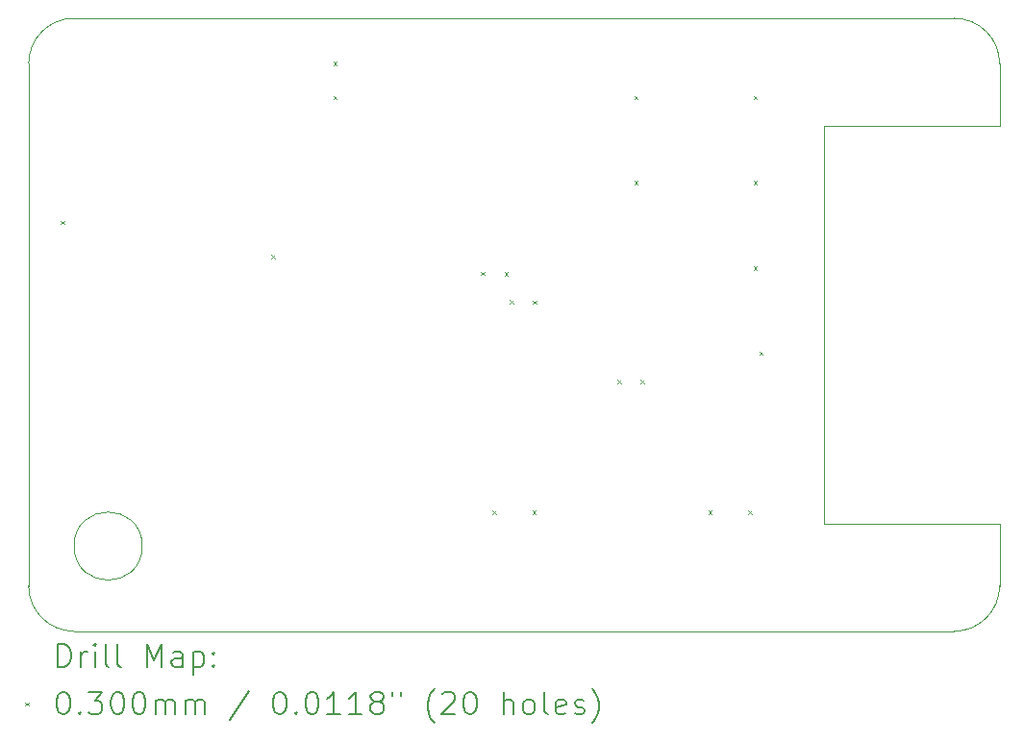
<source format=gbr>
%TF.GenerationSoftware,KiCad,Pcbnew,8.0.8*%
%TF.CreationDate,2025-07-15T17:28:02-07:00*%
%TF.ProjectId,Map Lights,4d617020-4c69-4676-9874-732e6b696361,rev?*%
%TF.SameCoordinates,Original*%
%TF.FileFunction,Drillmap*%
%TF.FilePolarity,Positive*%
%FSLAX45Y45*%
G04 Gerber Fmt 4.5, Leading zero omitted, Abs format (unit mm)*
G04 Created by KiCad (PCBNEW 8.0.8) date 2025-07-15 17:28:02*
%MOMM*%
%LPD*%
G01*
G04 APERTURE LIST*
%ADD10C,0.050000*%
%ADD11C,0.200000*%
%ADD12C,0.100000*%
G04 APERTURE END LIST*
D10*
X10900000Y-7350000D02*
X18650000Y-7350000D01*
X19050000Y-11800000D02*
X19050000Y-12350000D01*
X18650000Y-7350000D02*
G75*
G02*
X19050000Y-7750000I0J-400000D01*
G01*
X18650000Y-12750000D02*
X10900000Y-12750000D01*
X17500000Y-8300000D02*
X17500000Y-11800000D01*
X19050000Y-8300000D02*
X17500000Y-8300000D01*
X17500000Y-11800000D02*
X19050000Y-11800000D01*
X11500000Y-12000000D02*
G75*
G02*
X10900000Y-12000000I-300000J0D01*
G01*
X10900000Y-12000000D02*
G75*
G02*
X11500000Y-12000000I300000J0D01*
G01*
X19050000Y-12350000D02*
G75*
G02*
X18650000Y-12750000I-400000J0D01*
G01*
X10500000Y-7750000D02*
G75*
G02*
X10900000Y-7350000I400000J0D01*
G01*
X10500000Y-12350000D02*
X10500000Y-7750000D01*
X19050000Y-7750000D02*
X19050000Y-8300000D01*
X10900000Y-12750000D02*
G75*
G02*
X10500000Y-12350000I0J400000D01*
G01*
D11*
D12*
X10785000Y-9135000D02*
X10815000Y-9165000D01*
X10815000Y-9135000D02*
X10785000Y-9165000D01*
X12635000Y-9435000D02*
X12665000Y-9465000D01*
X12665000Y-9435000D02*
X12635000Y-9465000D01*
X13185000Y-7735000D02*
X13215000Y-7765000D01*
X13215000Y-7735000D02*
X13185000Y-7765000D01*
X13185000Y-8035000D02*
X13215000Y-8065000D01*
X13215000Y-8035000D02*
X13185000Y-8065000D01*
X14485000Y-9585000D02*
X14515000Y-9615000D01*
X14515000Y-9585000D02*
X14485000Y-9615000D01*
X14585000Y-11685000D02*
X14615000Y-11715000D01*
X14615000Y-11685000D02*
X14585000Y-11715000D01*
X14690000Y-9586005D02*
X14720000Y-9616005D01*
X14720000Y-9586005D02*
X14690000Y-9616005D01*
X14735000Y-9835000D02*
X14765000Y-9865000D01*
X14765000Y-9835000D02*
X14735000Y-9865000D01*
X14935000Y-11685000D02*
X14965000Y-11715000D01*
X14965000Y-11685000D02*
X14935000Y-11715000D01*
X14940000Y-9836005D02*
X14970000Y-9866005D01*
X14970000Y-9836005D02*
X14940000Y-9866005D01*
X15685000Y-10535000D02*
X15715000Y-10565000D01*
X15715000Y-10535000D02*
X15685000Y-10565000D01*
X15835000Y-8035000D02*
X15865000Y-8065000D01*
X15865000Y-8035000D02*
X15835000Y-8065000D01*
X15835000Y-8785000D02*
X15865000Y-8815000D01*
X15865000Y-8785000D02*
X15835000Y-8815000D01*
X15890000Y-10536005D02*
X15920000Y-10566005D01*
X15920000Y-10536005D02*
X15890000Y-10566005D01*
X16485000Y-11685000D02*
X16515000Y-11715000D01*
X16515000Y-11685000D02*
X16485000Y-11715000D01*
X16835000Y-11685000D02*
X16865000Y-11715000D01*
X16865000Y-11685000D02*
X16835000Y-11715000D01*
X16885000Y-8035000D02*
X16915000Y-8065000D01*
X16915000Y-8035000D02*
X16885000Y-8065000D01*
X16885000Y-8785000D02*
X16915000Y-8815000D01*
X16915000Y-8785000D02*
X16885000Y-8815000D01*
X16885000Y-9535000D02*
X16915000Y-9565000D01*
X16915000Y-9535000D02*
X16885000Y-9565000D01*
X16935000Y-10285000D02*
X16965000Y-10315000D01*
X16965000Y-10285000D02*
X16935000Y-10315000D01*
D11*
X10758277Y-13063984D02*
X10758277Y-12863984D01*
X10758277Y-12863984D02*
X10805896Y-12863984D01*
X10805896Y-12863984D02*
X10834467Y-12873508D01*
X10834467Y-12873508D02*
X10853515Y-12892555D01*
X10853515Y-12892555D02*
X10863039Y-12911603D01*
X10863039Y-12911603D02*
X10872563Y-12949698D01*
X10872563Y-12949698D02*
X10872563Y-12978269D01*
X10872563Y-12978269D02*
X10863039Y-13016365D01*
X10863039Y-13016365D02*
X10853515Y-13035412D01*
X10853515Y-13035412D02*
X10834467Y-13054460D01*
X10834467Y-13054460D02*
X10805896Y-13063984D01*
X10805896Y-13063984D02*
X10758277Y-13063984D01*
X10958277Y-13063984D02*
X10958277Y-12930650D01*
X10958277Y-12968746D02*
X10967801Y-12949698D01*
X10967801Y-12949698D02*
X10977324Y-12940174D01*
X10977324Y-12940174D02*
X10996372Y-12930650D01*
X10996372Y-12930650D02*
X11015420Y-12930650D01*
X11082086Y-13063984D02*
X11082086Y-12930650D01*
X11082086Y-12863984D02*
X11072563Y-12873508D01*
X11072563Y-12873508D02*
X11082086Y-12883031D01*
X11082086Y-12883031D02*
X11091610Y-12873508D01*
X11091610Y-12873508D02*
X11082086Y-12863984D01*
X11082086Y-12863984D02*
X11082086Y-12883031D01*
X11205896Y-13063984D02*
X11186848Y-13054460D01*
X11186848Y-13054460D02*
X11177324Y-13035412D01*
X11177324Y-13035412D02*
X11177324Y-12863984D01*
X11310658Y-13063984D02*
X11291610Y-13054460D01*
X11291610Y-13054460D02*
X11282086Y-13035412D01*
X11282086Y-13035412D02*
X11282086Y-12863984D01*
X11539229Y-13063984D02*
X11539229Y-12863984D01*
X11539229Y-12863984D02*
X11605896Y-13006841D01*
X11605896Y-13006841D02*
X11672562Y-12863984D01*
X11672562Y-12863984D02*
X11672562Y-13063984D01*
X11853515Y-13063984D02*
X11853515Y-12959222D01*
X11853515Y-12959222D02*
X11843991Y-12940174D01*
X11843991Y-12940174D02*
X11824943Y-12930650D01*
X11824943Y-12930650D02*
X11786848Y-12930650D01*
X11786848Y-12930650D02*
X11767801Y-12940174D01*
X11853515Y-13054460D02*
X11834467Y-13063984D01*
X11834467Y-13063984D02*
X11786848Y-13063984D01*
X11786848Y-13063984D02*
X11767801Y-13054460D01*
X11767801Y-13054460D02*
X11758277Y-13035412D01*
X11758277Y-13035412D02*
X11758277Y-13016365D01*
X11758277Y-13016365D02*
X11767801Y-12997317D01*
X11767801Y-12997317D02*
X11786848Y-12987793D01*
X11786848Y-12987793D02*
X11834467Y-12987793D01*
X11834467Y-12987793D02*
X11853515Y-12978269D01*
X11948753Y-12930650D02*
X11948753Y-13130650D01*
X11948753Y-12940174D02*
X11967801Y-12930650D01*
X11967801Y-12930650D02*
X12005896Y-12930650D01*
X12005896Y-12930650D02*
X12024943Y-12940174D01*
X12024943Y-12940174D02*
X12034467Y-12949698D01*
X12034467Y-12949698D02*
X12043991Y-12968746D01*
X12043991Y-12968746D02*
X12043991Y-13025888D01*
X12043991Y-13025888D02*
X12034467Y-13044936D01*
X12034467Y-13044936D02*
X12024943Y-13054460D01*
X12024943Y-13054460D02*
X12005896Y-13063984D01*
X12005896Y-13063984D02*
X11967801Y-13063984D01*
X11967801Y-13063984D02*
X11948753Y-13054460D01*
X12129705Y-13044936D02*
X12139229Y-13054460D01*
X12139229Y-13054460D02*
X12129705Y-13063984D01*
X12129705Y-13063984D02*
X12120182Y-13054460D01*
X12120182Y-13054460D02*
X12129705Y-13044936D01*
X12129705Y-13044936D02*
X12129705Y-13063984D01*
X12129705Y-12940174D02*
X12139229Y-12949698D01*
X12139229Y-12949698D02*
X12129705Y-12959222D01*
X12129705Y-12959222D02*
X12120182Y-12949698D01*
X12120182Y-12949698D02*
X12129705Y-12940174D01*
X12129705Y-12940174D02*
X12129705Y-12959222D01*
D12*
X10467500Y-13377500D02*
X10497500Y-13407500D01*
X10497500Y-13377500D02*
X10467500Y-13407500D01*
D11*
X10796372Y-13283984D02*
X10815420Y-13283984D01*
X10815420Y-13283984D02*
X10834467Y-13293508D01*
X10834467Y-13293508D02*
X10843991Y-13303031D01*
X10843991Y-13303031D02*
X10853515Y-13322079D01*
X10853515Y-13322079D02*
X10863039Y-13360174D01*
X10863039Y-13360174D02*
X10863039Y-13407793D01*
X10863039Y-13407793D02*
X10853515Y-13445888D01*
X10853515Y-13445888D02*
X10843991Y-13464936D01*
X10843991Y-13464936D02*
X10834467Y-13474460D01*
X10834467Y-13474460D02*
X10815420Y-13483984D01*
X10815420Y-13483984D02*
X10796372Y-13483984D01*
X10796372Y-13483984D02*
X10777324Y-13474460D01*
X10777324Y-13474460D02*
X10767801Y-13464936D01*
X10767801Y-13464936D02*
X10758277Y-13445888D01*
X10758277Y-13445888D02*
X10748753Y-13407793D01*
X10748753Y-13407793D02*
X10748753Y-13360174D01*
X10748753Y-13360174D02*
X10758277Y-13322079D01*
X10758277Y-13322079D02*
X10767801Y-13303031D01*
X10767801Y-13303031D02*
X10777324Y-13293508D01*
X10777324Y-13293508D02*
X10796372Y-13283984D01*
X10948753Y-13464936D02*
X10958277Y-13474460D01*
X10958277Y-13474460D02*
X10948753Y-13483984D01*
X10948753Y-13483984D02*
X10939229Y-13474460D01*
X10939229Y-13474460D02*
X10948753Y-13464936D01*
X10948753Y-13464936D02*
X10948753Y-13483984D01*
X11024944Y-13283984D02*
X11148753Y-13283984D01*
X11148753Y-13283984D02*
X11082086Y-13360174D01*
X11082086Y-13360174D02*
X11110658Y-13360174D01*
X11110658Y-13360174D02*
X11129705Y-13369698D01*
X11129705Y-13369698D02*
X11139229Y-13379222D01*
X11139229Y-13379222D02*
X11148753Y-13398269D01*
X11148753Y-13398269D02*
X11148753Y-13445888D01*
X11148753Y-13445888D02*
X11139229Y-13464936D01*
X11139229Y-13464936D02*
X11129705Y-13474460D01*
X11129705Y-13474460D02*
X11110658Y-13483984D01*
X11110658Y-13483984D02*
X11053515Y-13483984D01*
X11053515Y-13483984D02*
X11034467Y-13474460D01*
X11034467Y-13474460D02*
X11024944Y-13464936D01*
X11272562Y-13283984D02*
X11291610Y-13283984D01*
X11291610Y-13283984D02*
X11310658Y-13293508D01*
X11310658Y-13293508D02*
X11320182Y-13303031D01*
X11320182Y-13303031D02*
X11329705Y-13322079D01*
X11329705Y-13322079D02*
X11339229Y-13360174D01*
X11339229Y-13360174D02*
X11339229Y-13407793D01*
X11339229Y-13407793D02*
X11329705Y-13445888D01*
X11329705Y-13445888D02*
X11320182Y-13464936D01*
X11320182Y-13464936D02*
X11310658Y-13474460D01*
X11310658Y-13474460D02*
X11291610Y-13483984D01*
X11291610Y-13483984D02*
X11272562Y-13483984D01*
X11272562Y-13483984D02*
X11253515Y-13474460D01*
X11253515Y-13474460D02*
X11243991Y-13464936D01*
X11243991Y-13464936D02*
X11234467Y-13445888D01*
X11234467Y-13445888D02*
X11224943Y-13407793D01*
X11224943Y-13407793D02*
X11224943Y-13360174D01*
X11224943Y-13360174D02*
X11234467Y-13322079D01*
X11234467Y-13322079D02*
X11243991Y-13303031D01*
X11243991Y-13303031D02*
X11253515Y-13293508D01*
X11253515Y-13293508D02*
X11272562Y-13283984D01*
X11463039Y-13283984D02*
X11482086Y-13283984D01*
X11482086Y-13283984D02*
X11501134Y-13293508D01*
X11501134Y-13293508D02*
X11510658Y-13303031D01*
X11510658Y-13303031D02*
X11520182Y-13322079D01*
X11520182Y-13322079D02*
X11529705Y-13360174D01*
X11529705Y-13360174D02*
X11529705Y-13407793D01*
X11529705Y-13407793D02*
X11520182Y-13445888D01*
X11520182Y-13445888D02*
X11510658Y-13464936D01*
X11510658Y-13464936D02*
X11501134Y-13474460D01*
X11501134Y-13474460D02*
X11482086Y-13483984D01*
X11482086Y-13483984D02*
X11463039Y-13483984D01*
X11463039Y-13483984D02*
X11443991Y-13474460D01*
X11443991Y-13474460D02*
X11434467Y-13464936D01*
X11434467Y-13464936D02*
X11424943Y-13445888D01*
X11424943Y-13445888D02*
X11415420Y-13407793D01*
X11415420Y-13407793D02*
X11415420Y-13360174D01*
X11415420Y-13360174D02*
X11424943Y-13322079D01*
X11424943Y-13322079D02*
X11434467Y-13303031D01*
X11434467Y-13303031D02*
X11443991Y-13293508D01*
X11443991Y-13293508D02*
X11463039Y-13283984D01*
X11615420Y-13483984D02*
X11615420Y-13350650D01*
X11615420Y-13369698D02*
X11624943Y-13360174D01*
X11624943Y-13360174D02*
X11643991Y-13350650D01*
X11643991Y-13350650D02*
X11672563Y-13350650D01*
X11672563Y-13350650D02*
X11691610Y-13360174D01*
X11691610Y-13360174D02*
X11701134Y-13379222D01*
X11701134Y-13379222D02*
X11701134Y-13483984D01*
X11701134Y-13379222D02*
X11710658Y-13360174D01*
X11710658Y-13360174D02*
X11729705Y-13350650D01*
X11729705Y-13350650D02*
X11758277Y-13350650D01*
X11758277Y-13350650D02*
X11777324Y-13360174D01*
X11777324Y-13360174D02*
X11786848Y-13379222D01*
X11786848Y-13379222D02*
X11786848Y-13483984D01*
X11882086Y-13483984D02*
X11882086Y-13350650D01*
X11882086Y-13369698D02*
X11891610Y-13360174D01*
X11891610Y-13360174D02*
X11910658Y-13350650D01*
X11910658Y-13350650D02*
X11939229Y-13350650D01*
X11939229Y-13350650D02*
X11958277Y-13360174D01*
X11958277Y-13360174D02*
X11967801Y-13379222D01*
X11967801Y-13379222D02*
X11967801Y-13483984D01*
X11967801Y-13379222D02*
X11977324Y-13360174D01*
X11977324Y-13360174D02*
X11996372Y-13350650D01*
X11996372Y-13350650D02*
X12024943Y-13350650D01*
X12024943Y-13350650D02*
X12043991Y-13360174D01*
X12043991Y-13360174D02*
X12053515Y-13379222D01*
X12053515Y-13379222D02*
X12053515Y-13483984D01*
X12443991Y-13274460D02*
X12272563Y-13531603D01*
X12701134Y-13283984D02*
X12720182Y-13283984D01*
X12720182Y-13283984D02*
X12739229Y-13293508D01*
X12739229Y-13293508D02*
X12748753Y-13303031D01*
X12748753Y-13303031D02*
X12758277Y-13322079D01*
X12758277Y-13322079D02*
X12767801Y-13360174D01*
X12767801Y-13360174D02*
X12767801Y-13407793D01*
X12767801Y-13407793D02*
X12758277Y-13445888D01*
X12758277Y-13445888D02*
X12748753Y-13464936D01*
X12748753Y-13464936D02*
X12739229Y-13474460D01*
X12739229Y-13474460D02*
X12720182Y-13483984D01*
X12720182Y-13483984D02*
X12701134Y-13483984D01*
X12701134Y-13483984D02*
X12682086Y-13474460D01*
X12682086Y-13474460D02*
X12672563Y-13464936D01*
X12672563Y-13464936D02*
X12663039Y-13445888D01*
X12663039Y-13445888D02*
X12653515Y-13407793D01*
X12653515Y-13407793D02*
X12653515Y-13360174D01*
X12653515Y-13360174D02*
X12663039Y-13322079D01*
X12663039Y-13322079D02*
X12672563Y-13303031D01*
X12672563Y-13303031D02*
X12682086Y-13293508D01*
X12682086Y-13293508D02*
X12701134Y-13283984D01*
X12853515Y-13464936D02*
X12863039Y-13474460D01*
X12863039Y-13474460D02*
X12853515Y-13483984D01*
X12853515Y-13483984D02*
X12843991Y-13474460D01*
X12843991Y-13474460D02*
X12853515Y-13464936D01*
X12853515Y-13464936D02*
X12853515Y-13483984D01*
X12986848Y-13283984D02*
X13005896Y-13283984D01*
X13005896Y-13283984D02*
X13024944Y-13293508D01*
X13024944Y-13293508D02*
X13034467Y-13303031D01*
X13034467Y-13303031D02*
X13043991Y-13322079D01*
X13043991Y-13322079D02*
X13053515Y-13360174D01*
X13053515Y-13360174D02*
X13053515Y-13407793D01*
X13053515Y-13407793D02*
X13043991Y-13445888D01*
X13043991Y-13445888D02*
X13034467Y-13464936D01*
X13034467Y-13464936D02*
X13024944Y-13474460D01*
X13024944Y-13474460D02*
X13005896Y-13483984D01*
X13005896Y-13483984D02*
X12986848Y-13483984D01*
X12986848Y-13483984D02*
X12967801Y-13474460D01*
X12967801Y-13474460D02*
X12958277Y-13464936D01*
X12958277Y-13464936D02*
X12948753Y-13445888D01*
X12948753Y-13445888D02*
X12939229Y-13407793D01*
X12939229Y-13407793D02*
X12939229Y-13360174D01*
X12939229Y-13360174D02*
X12948753Y-13322079D01*
X12948753Y-13322079D02*
X12958277Y-13303031D01*
X12958277Y-13303031D02*
X12967801Y-13293508D01*
X12967801Y-13293508D02*
X12986848Y-13283984D01*
X13243991Y-13483984D02*
X13129706Y-13483984D01*
X13186848Y-13483984D02*
X13186848Y-13283984D01*
X13186848Y-13283984D02*
X13167801Y-13312555D01*
X13167801Y-13312555D02*
X13148753Y-13331603D01*
X13148753Y-13331603D02*
X13129706Y-13341127D01*
X13434467Y-13483984D02*
X13320182Y-13483984D01*
X13377325Y-13483984D02*
X13377325Y-13283984D01*
X13377325Y-13283984D02*
X13358277Y-13312555D01*
X13358277Y-13312555D02*
X13339229Y-13331603D01*
X13339229Y-13331603D02*
X13320182Y-13341127D01*
X13548753Y-13369698D02*
X13529706Y-13360174D01*
X13529706Y-13360174D02*
X13520182Y-13350650D01*
X13520182Y-13350650D02*
X13510658Y-13331603D01*
X13510658Y-13331603D02*
X13510658Y-13322079D01*
X13510658Y-13322079D02*
X13520182Y-13303031D01*
X13520182Y-13303031D02*
X13529706Y-13293508D01*
X13529706Y-13293508D02*
X13548753Y-13283984D01*
X13548753Y-13283984D02*
X13586848Y-13283984D01*
X13586848Y-13283984D02*
X13605896Y-13293508D01*
X13605896Y-13293508D02*
X13615420Y-13303031D01*
X13615420Y-13303031D02*
X13624944Y-13322079D01*
X13624944Y-13322079D02*
X13624944Y-13331603D01*
X13624944Y-13331603D02*
X13615420Y-13350650D01*
X13615420Y-13350650D02*
X13605896Y-13360174D01*
X13605896Y-13360174D02*
X13586848Y-13369698D01*
X13586848Y-13369698D02*
X13548753Y-13369698D01*
X13548753Y-13369698D02*
X13529706Y-13379222D01*
X13529706Y-13379222D02*
X13520182Y-13388746D01*
X13520182Y-13388746D02*
X13510658Y-13407793D01*
X13510658Y-13407793D02*
X13510658Y-13445888D01*
X13510658Y-13445888D02*
X13520182Y-13464936D01*
X13520182Y-13464936D02*
X13529706Y-13474460D01*
X13529706Y-13474460D02*
X13548753Y-13483984D01*
X13548753Y-13483984D02*
X13586848Y-13483984D01*
X13586848Y-13483984D02*
X13605896Y-13474460D01*
X13605896Y-13474460D02*
X13615420Y-13464936D01*
X13615420Y-13464936D02*
X13624944Y-13445888D01*
X13624944Y-13445888D02*
X13624944Y-13407793D01*
X13624944Y-13407793D02*
X13615420Y-13388746D01*
X13615420Y-13388746D02*
X13605896Y-13379222D01*
X13605896Y-13379222D02*
X13586848Y-13369698D01*
X13701134Y-13283984D02*
X13701134Y-13322079D01*
X13777325Y-13283984D02*
X13777325Y-13322079D01*
X14072563Y-13560174D02*
X14063039Y-13550650D01*
X14063039Y-13550650D02*
X14043991Y-13522079D01*
X14043991Y-13522079D02*
X14034468Y-13503031D01*
X14034468Y-13503031D02*
X14024944Y-13474460D01*
X14024944Y-13474460D02*
X14015420Y-13426841D01*
X14015420Y-13426841D02*
X14015420Y-13388746D01*
X14015420Y-13388746D02*
X14024944Y-13341127D01*
X14024944Y-13341127D02*
X14034468Y-13312555D01*
X14034468Y-13312555D02*
X14043991Y-13293508D01*
X14043991Y-13293508D02*
X14063039Y-13264936D01*
X14063039Y-13264936D02*
X14072563Y-13255412D01*
X14139229Y-13303031D02*
X14148753Y-13293508D01*
X14148753Y-13293508D02*
X14167801Y-13283984D01*
X14167801Y-13283984D02*
X14215420Y-13283984D01*
X14215420Y-13283984D02*
X14234468Y-13293508D01*
X14234468Y-13293508D02*
X14243991Y-13303031D01*
X14243991Y-13303031D02*
X14253515Y-13322079D01*
X14253515Y-13322079D02*
X14253515Y-13341127D01*
X14253515Y-13341127D02*
X14243991Y-13369698D01*
X14243991Y-13369698D02*
X14129706Y-13483984D01*
X14129706Y-13483984D02*
X14253515Y-13483984D01*
X14377325Y-13283984D02*
X14396372Y-13283984D01*
X14396372Y-13283984D02*
X14415420Y-13293508D01*
X14415420Y-13293508D02*
X14424944Y-13303031D01*
X14424944Y-13303031D02*
X14434468Y-13322079D01*
X14434468Y-13322079D02*
X14443991Y-13360174D01*
X14443991Y-13360174D02*
X14443991Y-13407793D01*
X14443991Y-13407793D02*
X14434468Y-13445888D01*
X14434468Y-13445888D02*
X14424944Y-13464936D01*
X14424944Y-13464936D02*
X14415420Y-13474460D01*
X14415420Y-13474460D02*
X14396372Y-13483984D01*
X14396372Y-13483984D02*
X14377325Y-13483984D01*
X14377325Y-13483984D02*
X14358277Y-13474460D01*
X14358277Y-13474460D02*
X14348753Y-13464936D01*
X14348753Y-13464936D02*
X14339229Y-13445888D01*
X14339229Y-13445888D02*
X14329706Y-13407793D01*
X14329706Y-13407793D02*
X14329706Y-13360174D01*
X14329706Y-13360174D02*
X14339229Y-13322079D01*
X14339229Y-13322079D02*
X14348753Y-13303031D01*
X14348753Y-13303031D02*
X14358277Y-13293508D01*
X14358277Y-13293508D02*
X14377325Y-13283984D01*
X14682087Y-13483984D02*
X14682087Y-13283984D01*
X14767801Y-13483984D02*
X14767801Y-13379222D01*
X14767801Y-13379222D02*
X14758277Y-13360174D01*
X14758277Y-13360174D02*
X14739230Y-13350650D01*
X14739230Y-13350650D02*
X14710658Y-13350650D01*
X14710658Y-13350650D02*
X14691610Y-13360174D01*
X14691610Y-13360174D02*
X14682087Y-13369698D01*
X14891610Y-13483984D02*
X14872563Y-13474460D01*
X14872563Y-13474460D02*
X14863039Y-13464936D01*
X14863039Y-13464936D02*
X14853515Y-13445888D01*
X14853515Y-13445888D02*
X14853515Y-13388746D01*
X14853515Y-13388746D02*
X14863039Y-13369698D01*
X14863039Y-13369698D02*
X14872563Y-13360174D01*
X14872563Y-13360174D02*
X14891610Y-13350650D01*
X14891610Y-13350650D02*
X14920182Y-13350650D01*
X14920182Y-13350650D02*
X14939230Y-13360174D01*
X14939230Y-13360174D02*
X14948753Y-13369698D01*
X14948753Y-13369698D02*
X14958277Y-13388746D01*
X14958277Y-13388746D02*
X14958277Y-13445888D01*
X14958277Y-13445888D02*
X14948753Y-13464936D01*
X14948753Y-13464936D02*
X14939230Y-13474460D01*
X14939230Y-13474460D02*
X14920182Y-13483984D01*
X14920182Y-13483984D02*
X14891610Y-13483984D01*
X15072563Y-13483984D02*
X15053515Y-13474460D01*
X15053515Y-13474460D02*
X15043991Y-13455412D01*
X15043991Y-13455412D02*
X15043991Y-13283984D01*
X15224944Y-13474460D02*
X15205896Y-13483984D01*
X15205896Y-13483984D02*
X15167801Y-13483984D01*
X15167801Y-13483984D02*
X15148753Y-13474460D01*
X15148753Y-13474460D02*
X15139230Y-13455412D01*
X15139230Y-13455412D02*
X15139230Y-13379222D01*
X15139230Y-13379222D02*
X15148753Y-13360174D01*
X15148753Y-13360174D02*
X15167801Y-13350650D01*
X15167801Y-13350650D02*
X15205896Y-13350650D01*
X15205896Y-13350650D02*
X15224944Y-13360174D01*
X15224944Y-13360174D02*
X15234468Y-13379222D01*
X15234468Y-13379222D02*
X15234468Y-13398269D01*
X15234468Y-13398269D02*
X15139230Y-13417317D01*
X15310658Y-13474460D02*
X15329706Y-13483984D01*
X15329706Y-13483984D02*
X15367801Y-13483984D01*
X15367801Y-13483984D02*
X15386849Y-13474460D01*
X15386849Y-13474460D02*
X15396372Y-13455412D01*
X15396372Y-13455412D02*
X15396372Y-13445888D01*
X15396372Y-13445888D02*
X15386849Y-13426841D01*
X15386849Y-13426841D02*
X15367801Y-13417317D01*
X15367801Y-13417317D02*
X15339230Y-13417317D01*
X15339230Y-13417317D02*
X15320182Y-13407793D01*
X15320182Y-13407793D02*
X15310658Y-13388746D01*
X15310658Y-13388746D02*
X15310658Y-13379222D01*
X15310658Y-13379222D02*
X15320182Y-13360174D01*
X15320182Y-13360174D02*
X15339230Y-13350650D01*
X15339230Y-13350650D02*
X15367801Y-13350650D01*
X15367801Y-13350650D02*
X15386849Y-13360174D01*
X15463039Y-13560174D02*
X15472563Y-13550650D01*
X15472563Y-13550650D02*
X15491611Y-13522079D01*
X15491611Y-13522079D02*
X15501134Y-13503031D01*
X15501134Y-13503031D02*
X15510658Y-13474460D01*
X15510658Y-13474460D02*
X15520182Y-13426841D01*
X15520182Y-13426841D02*
X15520182Y-13388746D01*
X15520182Y-13388746D02*
X15510658Y-13341127D01*
X15510658Y-13341127D02*
X15501134Y-13312555D01*
X15501134Y-13312555D02*
X15491611Y-13293508D01*
X15491611Y-13293508D02*
X15472563Y-13264936D01*
X15472563Y-13264936D02*
X15463039Y-13255412D01*
M02*

</source>
